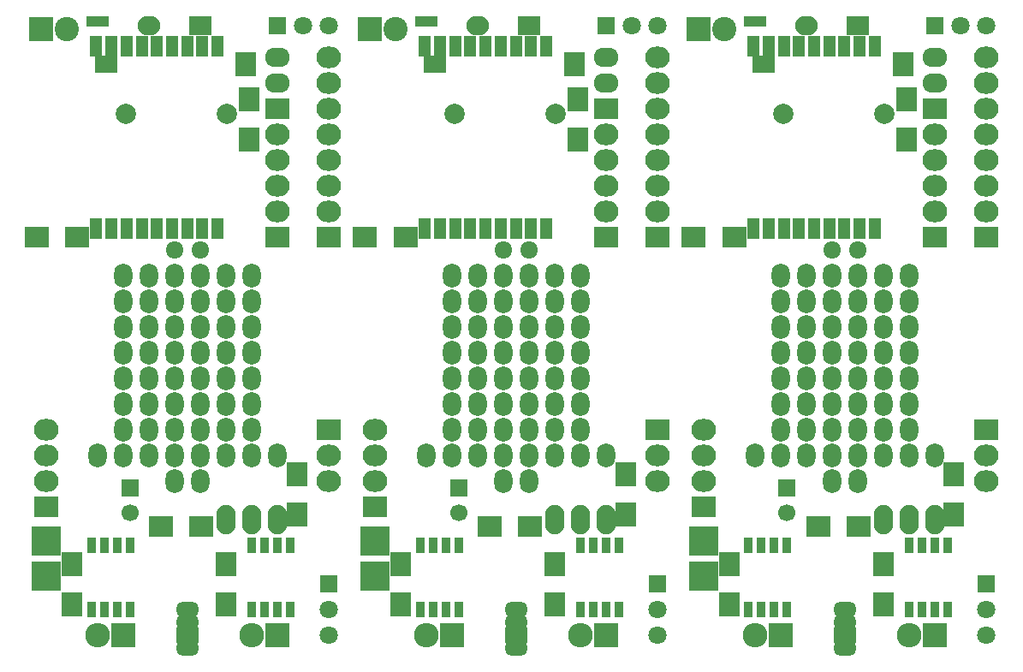
<source format=gbr>
G04 #@! TF.FileFunction,Soldermask,Top*
%FSLAX46Y46*%
G04 Gerber Fmt 4.6, Leading zero omitted, Abs format (unit mm)*
G04 Created by KiCad (PCBNEW 4.0.2-4+6225~38~ubuntu15.04.1-stable) date 2016年04月15日 16時13分23秒*
%MOMM*%
G01*
G04 APERTURE LIST*
%ADD10C,0.100000*%
%ADD11R,2.432000X2.127200*%
%ADD12O,2.432000X2.127200*%
%ADD13O,1.800000X2.400000*%
%ADD14R,2.000200X2.398980*%
%ADD15C,2.000000*%
%ADD16R,2.200000X1.800000*%
%ADD17R,2.000000X2.400000*%
%ADD18R,2.400000X2.000000*%
%ADD19C,1.700000*%
%ADD20R,1.700000X1.700000*%
%ADD21R,2.400000X2.400000*%
%ADD22C,2.400000*%
%ADD23O,2.305000X1.517600*%
%ADD24R,2.305000X1.517600*%
%ADD25O,2.432000X1.924000*%
%ADD26R,1.200000X1.000000*%
%ADD27R,2.900000X2.900000*%
%ADD28R,2.432000X2.432000*%
%ADD29O,2.432000X2.432000*%
%ADD30R,2.400000X2.100000*%
%ADD31R,2.100000X2.400000*%
%ADD32R,2.224000X1.924000*%
%ADD33O,2.224000X1.924000*%
%ADD34R,1.797000X1.797000*%
%ADD35C,1.797000*%
%ADD36R,1.300000X2.100000*%
%ADD37R,0.908000X1.543000*%
%ADD38O,1.901140X2.899360*%
%ADD39O,1.800000X1.670000*%
G04 APERTURE END LIST*
D10*
D11*
X134100000Y-100330000D03*
D12*
X134100000Y-97790000D03*
X134100000Y-95250000D03*
X134100000Y-92710000D03*
D13*
X139180000Y-95250000D03*
X141720000Y-95250000D03*
X154420000Y-95250000D03*
X156960000Y-95250000D03*
X151880000Y-92710000D03*
X154420000Y-92710000D03*
X151880000Y-95250000D03*
X154420000Y-95250000D03*
X151880000Y-90170000D03*
X154420000Y-90170000D03*
X151880000Y-87630000D03*
X154420000Y-87630000D03*
X151880000Y-77470000D03*
X154420000Y-77470000D03*
X151880000Y-80010000D03*
X154420000Y-80010000D03*
X151880000Y-85090000D03*
X154420000Y-85090000D03*
X151880000Y-82550000D03*
X154420000Y-82550000D03*
X141720000Y-82550000D03*
X144260000Y-82550000D03*
X141720000Y-85090000D03*
X144260000Y-85090000D03*
X141720000Y-80010000D03*
X144260000Y-80010000D03*
X141720000Y-77470000D03*
X144260000Y-77470000D03*
X141720000Y-87630000D03*
X144260000Y-87630000D03*
X141720000Y-90170000D03*
X144260000Y-90170000D03*
X141720000Y-95250000D03*
X144260000Y-95250000D03*
D14*
X153835000Y-56520000D03*
D15*
X141935000Y-61420000D03*
X151935000Y-61420000D03*
D16*
X140035000Y-56520000D03*
D17*
X151880000Y-105950000D03*
X151880000Y-109950000D03*
X136640000Y-105950000D03*
X136640000Y-109950000D03*
X158865000Y-101060000D03*
X158865000Y-97060000D03*
D18*
X149435000Y-102235000D03*
X145435000Y-102235000D03*
D19*
X142355000Y-100925000D03*
D20*
X142355000Y-98425000D03*
D21*
X133592000Y-53086000D03*
D22*
X136132000Y-53086000D03*
D23*
X148070000Y-114300000D03*
D24*
X148070000Y-113030000D03*
D23*
X148070000Y-111760000D03*
X148070000Y-110490000D03*
D11*
X156960000Y-60960000D03*
D25*
X156960000Y-58420000D03*
X156960000Y-55880000D03*
D26*
X138680000Y-52324000D03*
X139680000Y-52324000D03*
D27*
X134100000Y-103660000D03*
X134100000Y-107160000D03*
D11*
X162040000Y-73660000D03*
D12*
X162040000Y-71120000D03*
X162040000Y-68580000D03*
X162040000Y-66040000D03*
X162040000Y-63500000D03*
X162040000Y-60960000D03*
X162040000Y-58420000D03*
X162040000Y-55880000D03*
D11*
X156960000Y-73660000D03*
D12*
X156960000Y-71120000D03*
X156960000Y-68580000D03*
X156960000Y-66040000D03*
X156960000Y-63500000D03*
D28*
X156960000Y-113030000D03*
D29*
X154420000Y-113030000D03*
D28*
X141720000Y-113030000D03*
D29*
X139180000Y-113030000D03*
D11*
X162040000Y-92710000D03*
D12*
X162040000Y-95250000D03*
X162040000Y-97790000D03*
D30*
X133116000Y-73660000D03*
X137116000Y-73660000D03*
D31*
X154166000Y-63976000D03*
X154166000Y-59976000D03*
D32*
X149340000Y-52705000D03*
D33*
X144260000Y-52705000D03*
D34*
X156960000Y-52705000D03*
D35*
X159500000Y-52705000D03*
X162040000Y-52705000D03*
D34*
X162040000Y-107950000D03*
D35*
X162040000Y-110490000D03*
X162040000Y-113030000D03*
D36*
X139022000Y-54754000D03*
X139022000Y-72754000D03*
X140522000Y-54754000D03*
X140522000Y-72754000D03*
X142022000Y-54754000D03*
X142022000Y-72754000D03*
X143522000Y-54754000D03*
X143522000Y-72754000D03*
X145022000Y-54754000D03*
X145022000Y-72754000D03*
X146522000Y-54754000D03*
X146522000Y-72754000D03*
X148022000Y-54754000D03*
X148022000Y-72754000D03*
X149522000Y-54754000D03*
X149522000Y-72754000D03*
X151022000Y-54754000D03*
X151022000Y-72754000D03*
D37*
X158230000Y-110490000D03*
X156960000Y-110490000D03*
X155690000Y-110490000D03*
X154420000Y-110490000D03*
X154420000Y-104140000D03*
X155690000Y-104140000D03*
X156960000Y-104140000D03*
X158230000Y-104140000D03*
X142355000Y-110490000D03*
X141085000Y-110490000D03*
X139815000Y-110490000D03*
X138545000Y-110490000D03*
X138545000Y-104140000D03*
X139815000Y-104140000D03*
X141085000Y-104140000D03*
X142355000Y-104140000D03*
D38*
X154420000Y-101600000D03*
X151880000Y-101600000D03*
X156960000Y-101600000D03*
D13*
X141720000Y-92710000D03*
X144260000Y-92710000D03*
X146800000Y-97790000D03*
X146800000Y-95250000D03*
X146800000Y-92710000D03*
X146800000Y-90170000D03*
X146800000Y-87630000D03*
X146800000Y-85090000D03*
X146800000Y-82550000D03*
X146800000Y-80010000D03*
X146800000Y-77470000D03*
D39*
X146800000Y-74930000D03*
D13*
X149340000Y-97790000D03*
X149340000Y-95250000D03*
X149340000Y-92710000D03*
X149340000Y-90170000D03*
X149340000Y-87630000D03*
X149340000Y-85090000D03*
X149340000Y-82550000D03*
X149340000Y-80010000D03*
X149340000Y-77470000D03*
D39*
X149340000Y-74930000D03*
D11*
X101600000Y-100330000D03*
D12*
X101600000Y-97790000D03*
X101600000Y-95250000D03*
X101600000Y-92710000D03*
D13*
X106680000Y-95250000D03*
X109220000Y-95250000D03*
X121920000Y-95250000D03*
X124460000Y-95250000D03*
X119380000Y-92710000D03*
X121920000Y-92710000D03*
X119380000Y-95250000D03*
X121920000Y-95250000D03*
X119380000Y-90170000D03*
X121920000Y-90170000D03*
X119380000Y-87630000D03*
X121920000Y-87630000D03*
X119380000Y-77470000D03*
X121920000Y-77470000D03*
X119380000Y-80010000D03*
X121920000Y-80010000D03*
X119380000Y-85090000D03*
X121920000Y-85090000D03*
X119380000Y-82550000D03*
X121920000Y-82550000D03*
X109220000Y-82550000D03*
X111760000Y-82550000D03*
X109220000Y-85090000D03*
X111760000Y-85090000D03*
X109220000Y-80010000D03*
X111760000Y-80010000D03*
X109220000Y-77470000D03*
X111760000Y-77470000D03*
X109220000Y-87630000D03*
X111760000Y-87630000D03*
X109220000Y-90170000D03*
X111760000Y-90170000D03*
X109220000Y-95250000D03*
X111760000Y-95250000D03*
D14*
X121335000Y-56520000D03*
D15*
X109435000Y-61420000D03*
X119435000Y-61420000D03*
D16*
X107535000Y-56520000D03*
D17*
X119380000Y-105950000D03*
X119380000Y-109950000D03*
X104140000Y-105950000D03*
X104140000Y-109950000D03*
X126365000Y-101060000D03*
X126365000Y-97060000D03*
D18*
X116935000Y-102235000D03*
X112935000Y-102235000D03*
D19*
X109855000Y-100925000D03*
D20*
X109855000Y-98425000D03*
D21*
X101092000Y-53086000D03*
D22*
X103632000Y-53086000D03*
D23*
X115570000Y-114300000D03*
D24*
X115570000Y-113030000D03*
D23*
X115570000Y-111760000D03*
X115570000Y-110490000D03*
D11*
X124460000Y-60960000D03*
D25*
X124460000Y-58420000D03*
X124460000Y-55880000D03*
D26*
X106180000Y-52324000D03*
X107180000Y-52324000D03*
D27*
X101600000Y-103660000D03*
X101600000Y-107160000D03*
D11*
X129540000Y-73660000D03*
D12*
X129540000Y-71120000D03*
X129540000Y-68580000D03*
X129540000Y-66040000D03*
X129540000Y-63500000D03*
X129540000Y-60960000D03*
X129540000Y-58420000D03*
X129540000Y-55880000D03*
D11*
X124460000Y-73660000D03*
D12*
X124460000Y-71120000D03*
X124460000Y-68580000D03*
X124460000Y-66040000D03*
X124460000Y-63500000D03*
D28*
X124460000Y-113030000D03*
D29*
X121920000Y-113030000D03*
D28*
X109220000Y-113030000D03*
D29*
X106680000Y-113030000D03*
D11*
X129540000Y-92710000D03*
D12*
X129540000Y-95250000D03*
X129540000Y-97790000D03*
D30*
X100616000Y-73660000D03*
X104616000Y-73660000D03*
D31*
X121666000Y-63976000D03*
X121666000Y-59976000D03*
D32*
X116840000Y-52705000D03*
D33*
X111760000Y-52705000D03*
D34*
X124460000Y-52705000D03*
D35*
X127000000Y-52705000D03*
X129540000Y-52705000D03*
D34*
X129540000Y-107950000D03*
D35*
X129540000Y-110490000D03*
X129540000Y-113030000D03*
D36*
X106522000Y-54754000D03*
X106522000Y-72754000D03*
X108022000Y-54754000D03*
X108022000Y-72754000D03*
X109522000Y-54754000D03*
X109522000Y-72754000D03*
X111022000Y-54754000D03*
X111022000Y-72754000D03*
X112522000Y-54754000D03*
X112522000Y-72754000D03*
X114022000Y-54754000D03*
X114022000Y-72754000D03*
X115522000Y-54754000D03*
X115522000Y-72754000D03*
X117022000Y-54754000D03*
X117022000Y-72754000D03*
X118522000Y-54754000D03*
X118522000Y-72754000D03*
D37*
X125730000Y-110490000D03*
X124460000Y-110490000D03*
X123190000Y-110490000D03*
X121920000Y-110490000D03*
X121920000Y-104140000D03*
X123190000Y-104140000D03*
X124460000Y-104140000D03*
X125730000Y-104140000D03*
X109855000Y-110490000D03*
X108585000Y-110490000D03*
X107315000Y-110490000D03*
X106045000Y-110490000D03*
X106045000Y-104140000D03*
X107315000Y-104140000D03*
X108585000Y-104140000D03*
X109855000Y-104140000D03*
D38*
X121920000Y-101600000D03*
X119380000Y-101600000D03*
X124460000Y-101600000D03*
D13*
X109220000Y-92710000D03*
X111760000Y-92710000D03*
X114300000Y-97790000D03*
X114300000Y-95250000D03*
X114300000Y-92710000D03*
X114300000Y-90170000D03*
X114300000Y-87630000D03*
X114300000Y-85090000D03*
X114300000Y-82550000D03*
X114300000Y-80010000D03*
X114300000Y-77470000D03*
D39*
X114300000Y-74930000D03*
D13*
X116840000Y-97790000D03*
X116840000Y-95250000D03*
X116840000Y-92710000D03*
X116840000Y-90170000D03*
X116840000Y-87630000D03*
X116840000Y-85090000D03*
X116840000Y-82550000D03*
X116840000Y-80010000D03*
X116840000Y-77470000D03*
D39*
X116840000Y-74930000D03*
D11*
X166600000Y-100330000D03*
D12*
X166600000Y-97790000D03*
X166600000Y-95250000D03*
X166600000Y-92710000D03*
D13*
X171680000Y-95250000D03*
X174220000Y-95250000D03*
X186920000Y-95250000D03*
X189460000Y-95250000D03*
X184380000Y-92710000D03*
X186920000Y-92710000D03*
X184380000Y-95250000D03*
X186920000Y-95250000D03*
X184380000Y-90170000D03*
X186920000Y-90170000D03*
X184380000Y-87630000D03*
X186920000Y-87630000D03*
X184380000Y-77470000D03*
X186920000Y-77470000D03*
X184380000Y-80010000D03*
X186920000Y-80010000D03*
X184380000Y-85090000D03*
X186920000Y-85090000D03*
X184380000Y-82550000D03*
X186920000Y-82550000D03*
X174220000Y-82550000D03*
X176760000Y-82550000D03*
X174220000Y-85090000D03*
X176760000Y-85090000D03*
X174220000Y-80010000D03*
X176760000Y-80010000D03*
X174220000Y-77470000D03*
X176760000Y-77470000D03*
X174220000Y-87630000D03*
X176760000Y-87630000D03*
X174220000Y-90170000D03*
X176760000Y-90170000D03*
X174220000Y-95250000D03*
X176760000Y-95250000D03*
D14*
X186335000Y-56520000D03*
D15*
X174435000Y-61420000D03*
X184435000Y-61420000D03*
D16*
X172535000Y-56520000D03*
D17*
X184380000Y-105950000D03*
X184380000Y-109950000D03*
X169140000Y-105950000D03*
X169140000Y-109950000D03*
X191365000Y-101060000D03*
X191365000Y-97060000D03*
D18*
X181935000Y-102235000D03*
X177935000Y-102235000D03*
D19*
X174855000Y-100925000D03*
D20*
X174855000Y-98425000D03*
D21*
X166092000Y-53086000D03*
D22*
X168632000Y-53086000D03*
D23*
X180570000Y-114300000D03*
D24*
X180570000Y-113030000D03*
D23*
X180570000Y-111760000D03*
X180570000Y-110490000D03*
D11*
X189460000Y-60960000D03*
D25*
X189460000Y-58420000D03*
X189460000Y-55880000D03*
D26*
X171180000Y-52324000D03*
X172180000Y-52324000D03*
D27*
X166600000Y-103660000D03*
X166600000Y-107160000D03*
D11*
X194540000Y-73660000D03*
D12*
X194540000Y-71120000D03*
X194540000Y-68580000D03*
X194540000Y-66040000D03*
X194540000Y-63500000D03*
X194540000Y-60960000D03*
X194540000Y-58420000D03*
X194540000Y-55880000D03*
D11*
X189460000Y-73660000D03*
D12*
X189460000Y-71120000D03*
X189460000Y-68580000D03*
X189460000Y-66040000D03*
X189460000Y-63500000D03*
D28*
X189460000Y-113030000D03*
D29*
X186920000Y-113030000D03*
D28*
X174220000Y-113030000D03*
D29*
X171680000Y-113030000D03*
D11*
X194540000Y-92710000D03*
D12*
X194540000Y-95250000D03*
X194540000Y-97790000D03*
D30*
X165616000Y-73660000D03*
X169616000Y-73660000D03*
D31*
X186666000Y-63976000D03*
X186666000Y-59976000D03*
D32*
X181840000Y-52705000D03*
D33*
X176760000Y-52705000D03*
D34*
X189460000Y-52705000D03*
D35*
X192000000Y-52705000D03*
X194540000Y-52705000D03*
D34*
X194540000Y-107950000D03*
D35*
X194540000Y-110490000D03*
X194540000Y-113030000D03*
D36*
X171522000Y-54754000D03*
X171522000Y-72754000D03*
X173022000Y-54754000D03*
X173022000Y-72754000D03*
X174522000Y-54754000D03*
X174522000Y-72754000D03*
X176022000Y-54754000D03*
X176022000Y-72754000D03*
X177522000Y-54754000D03*
X177522000Y-72754000D03*
X179022000Y-54754000D03*
X179022000Y-72754000D03*
X180522000Y-54754000D03*
X180522000Y-72754000D03*
X182022000Y-54754000D03*
X182022000Y-72754000D03*
X183522000Y-54754000D03*
X183522000Y-72754000D03*
D37*
X190730000Y-110490000D03*
X189460000Y-110490000D03*
X188190000Y-110490000D03*
X186920000Y-110490000D03*
X186920000Y-104140000D03*
X188190000Y-104140000D03*
X189460000Y-104140000D03*
X190730000Y-104140000D03*
X174855000Y-110490000D03*
X173585000Y-110490000D03*
X172315000Y-110490000D03*
X171045000Y-110490000D03*
X171045000Y-104140000D03*
X172315000Y-104140000D03*
X173585000Y-104140000D03*
X174855000Y-104140000D03*
D38*
X186920000Y-101600000D03*
X184380000Y-101600000D03*
X189460000Y-101600000D03*
D13*
X174220000Y-92710000D03*
X176760000Y-92710000D03*
X179300000Y-97790000D03*
X179300000Y-95250000D03*
X179300000Y-92710000D03*
X179300000Y-90170000D03*
X179300000Y-87630000D03*
X179300000Y-85090000D03*
X179300000Y-82550000D03*
X179300000Y-80010000D03*
X179300000Y-77470000D03*
D39*
X179300000Y-74930000D03*
D13*
X181840000Y-97790000D03*
X181840000Y-95250000D03*
X181840000Y-92710000D03*
X181840000Y-90170000D03*
X181840000Y-87630000D03*
X181840000Y-85090000D03*
X181840000Y-82550000D03*
X181840000Y-80010000D03*
X181840000Y-77470000D03*
D39*
X181840000Y-74930000D03*
M02*

</source>
